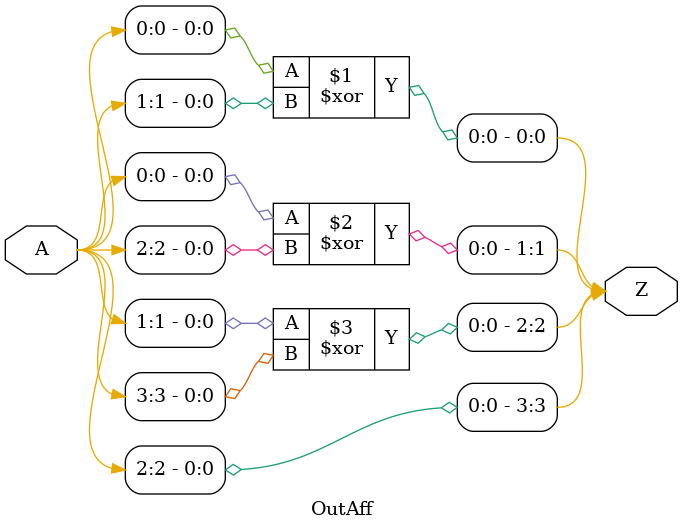
<source format=v>
module OutAff(
    input  [3:0] A,
    output [3:0] Z
    );
    assign Z[0] = A[0] ^ A[1];
    assign Z[1] = A[0] ^ A[2];
    assign Z[2] = A[1] ^ A[3];
    assign Z[3] = A[2];
endmodule


</source>
